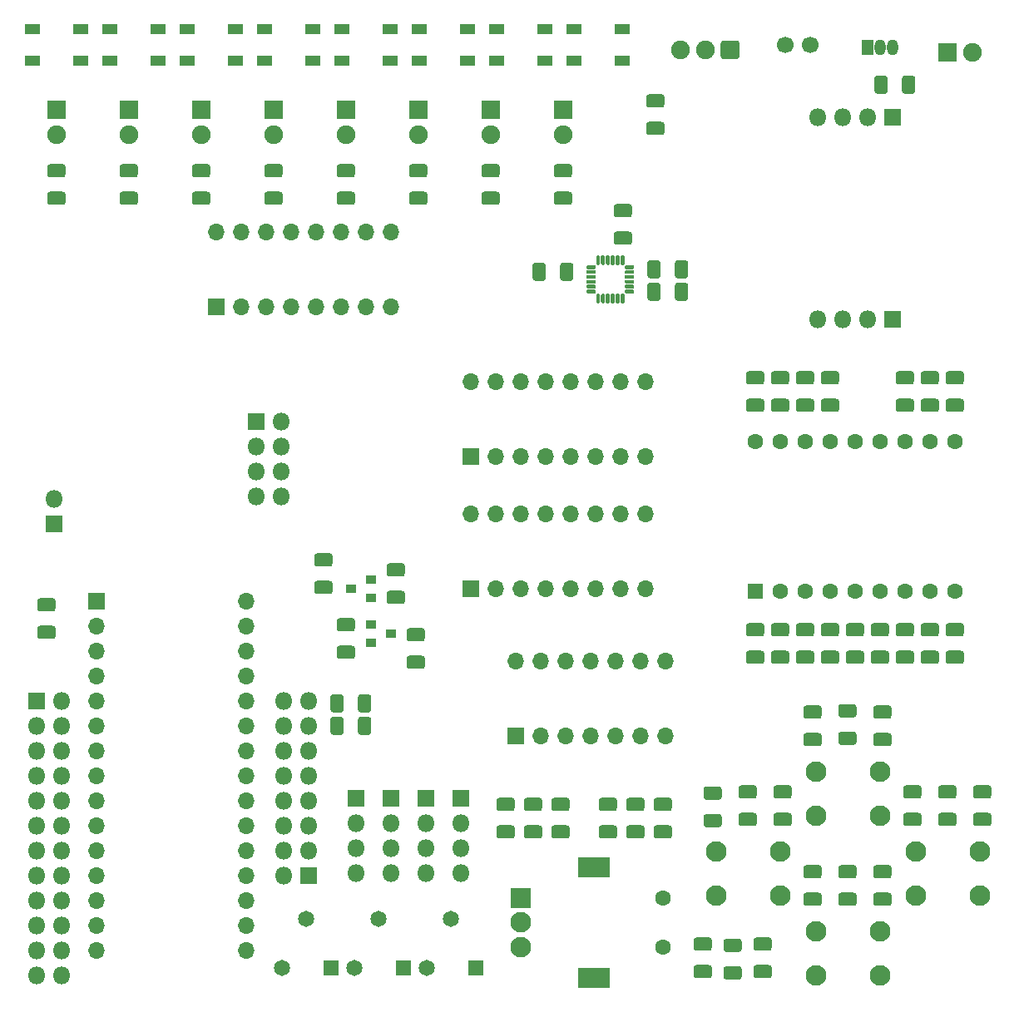
<source format=gbr>
G04 #@! TF.GenerationSoftware,KiCad,Pcbnew,(5.1.6)-1*
G04 #@! TF.CreationDate,2020-08-14T22:04:35-07:00*
G04 #@! TF.ProjectId,NanoDemo,4e616e6f-4465-46d6-9f2e-6b696361645f,rev?*
G04 #@! TF.SameCoordinates,Original*
G04 #@! TF.FileFunction,Soldermask,Top*
G04 #@! TF.FilePolarity,Negative*
%FSLAX46Y46*%
G04 Gerber Fmt 4.6, Leading zero omitted, Abs format (unit mm)*
G04 Created by KiCad (PCBNEW (5.1.6)-1) date 2020-08-14 22:04:35*
%MOMM*%
%LPD*%
G01*
G04 APERTURE LIST*
%ADD10O,1.800000X1.800000*%
%ADD11R,1.800000X1.800000*%
%ADD12R,1.000000X0.900000*%
%ADD13R,1.600000X1.100000*%
%ADD14C,1.900000*%
%ADD15O,1.700000X1.700000*%
%ADD16R,1.700000X1.700000*%
%ADD17R,1.150000X1.600000*%
%ADD18O,1.150000X1.600000*%
%ADD19C,2.100000*%
%ADD20C,1.650000*%
%ADD21R,1.650000X1.650000*%
%ADD22R,2.100000X2.100000*%
%ADD23R,3.300000X2.100000*%
%ADD24C,1.600000*%
%ADD25C,1.700000*%
%ADD26R,1.600000X1.600000*%
%ADD27R,1.900000X1.900000*%
G04 APERTURE END LIST*
D10*
G04 #@! TO.C,J9*
X43180000Y-65786000D03*
X40640000Y-65786000D03*
X43180000Y-63246000D03*
X40640000Y-63246000D03*
X43180000Y-60706000D03*
X40640000Y-60706000D03*
X43180000Y-58166000D03*
D11*
X40640000Y-58166000D03*
G04 #@! TD*
D10*
G04 #@! TO.C,J8 - OLED*
X97790000Y-27178000D03*
X100330000Y-27178000D03*
X102870000Y-27178000D03*
D11*
X105410000Y-27178000D03*
G04 #@! TD*
G04 #@! TO.C,R46*
G36*
G01*
X106389000Y-24531000D02*
X106389000Y-23221000D01*
G75*
G02*
X106659000Y-22951000I270000J0D01*
G01*
X107469000Y-22951000D01*
G75*
G02*
X107739000Y-23221000I0J-270000D01*
G01*
X107739000Y-24531000D01*
G75*
G02*
X107469000Y-24801000I-270000J0D01*
G01*
X106659000Y-24801000D01*
G75*
G02*
X106389000Y-24531000I0J270000D01*
G01*
G37*
G36*
G01*
X103589000Y-24531000D02*
X103589000Y-23221000D01*
G75*
G02*
X103859000Y-22951000I270000J0D01*
G01*
X104669000Y-22951000D01*
G75*
G02*
X104939000Y-23221000I0J-270000D01*
G01*
X104939000Y-24531000D01*
G75*
G02*
X104669000Y-24801000I-270000J0D01*
G01*
X103859000Y-24801000D01*
G75*
G02*
X103589000Y-24531000I0J270000D01*
G01*
G37*
G04 #@! TD*
D10*
G04 #@! TO.C,Mech. Support*
X97790000Y-47752000D03*
X100330000Y-47752000D03*
X102870000Y-47752000D03*
D11*
X105410000Y-47752000D03*
G04 #@! TD*
G04 #@! TO.C,U1*
G36*
G01*
X75233000Y-44838000D02*
X75233000Y-45038000D01*
G75*
G02*
X75133000Y-45138000I-100000J0D01*
G01*
X74383000Y-45138000D01*
G75*
G02*
X74283000Y-45038000I0J100000D01*
G01*
X74283000Y-44838000D01*
G75*
G02*
X74383000Y-44738000I100000J0D01*
G01*
X75133000Y-44738000D01*
G75*
G02*
X75233000Y-44838000I0J-100000D01*
G01*
G37*
G36*
G01*
X75233000Y-44338000D02*
X75233000Y-44538000D01*
G75*
G02*
X75133000Y-44638000I-100000J0D01*
G01*
X74383000Y-44638000D01*
G75*
G02*
X74283000Y-44538000I0J100000D01*
G01*
X74283000Y-44338000D01*
G75*
G02*
X74383000Y-44238000I100000J0D01*
G01*
X75133000Y-44238000D01*
G75*
G02*
X75233000Y-44338000I0J-100000D01*
G01*
G37*
G36*
G01*
X75233000Y-43838000D02*
X75233000Y-44038000D01*
G75*
G02*
X75133000Y-44138000I-100000J0D01*
G01*
X74383000Y-44138000D01*
G75*
G02*
X74283000Y-44038000I0J100000D01*
G01*
X74283000Y-43838000D01*
G75*
G02*
X74383000Y-43738000I100000J0D01*
G01*
X75133000Y-43738000D01*
G75*
G02*
X75233000Y-43838000I0J-100000D01*
G01*
G37*
G36*
G01*
X75233000Y-43338000D02*
X75233000Y-43538000D01*
G75*
G02*
X75133000Y-43638000I-100000J0D01*
G01*
X74383000Y-43638000D01*
G75*
G02*
X74283000Y-43538000I0J100000D01*
G01*
X74283000Y-43338000D01*
G75*
G02*
X74383000Y-43238000I100000J0D01*
G01*
X75133000Y-43238000D01*
G75*
G02*
X75233000Y-43338000I0J-100000D01*
G01*
G37*
G36*
G01*
X75233000Y-42838000D02*
X75233000Y-43038000D01*
G75*
G02*
X75133000Y-43138000I-100000J0D01*
G01*
X74383000Y-43138000D01*
G75*
G02*
X74283000Y-43038000I0J100000D01*
G01*
X74283000Y-42838000D01*
G75*
G02*
X74383000Y-42738000I100000J0D01*
G01*
X75133000Y-42738000D01*
G75*
G02*
X75233000Y-42838000I0J-100000D01*
G01*
G37*
G36*
G01*
X75233000Y-42338000D02*
X75233000Y-42538000D01*
G75*
G02*
X75133000Y-42638000I-100000J0D01*
G01*
X74383000Y-42638000D01*
G75*
G02*
X74283000Y-42538000I0J100000D01*
G01*
X74283000Y-42338000D01*
G75*
G02*
X74383000Y-42238000I100000J0D01*
G01*
X75133000Y-42238000D01*
G75*
G02*
X75233000Y-42338000I0J-100000D01*
G01*
G37*
G36*
G01*
X75558000Y-42213000D02*
X75358000Y-42213000D01*
G75*
G02*
X75258000Y-42113000I0J100000D01*
G01*
X75258000Y-41363000D01*
G75*
G02*
X75358000Y-41263000I100000J0D01*
G01*
X75558000Y-41263000D01*
G75*
G02*
X75658000Y-41363000I0J-100000D01*
G01*
X75658000Y-42113000D01*
G75*
G02*
X75558000Y-42213000I-100000J0D01*
G01*
G37*
G36*
G01*
X76058000Y-42213000D02*
X75858000Y-42213000D01*
G75*
G02*
X75758000Y-42113000I0J100000D01*
G01*
X75758000Y-41363000D01*
G75*
G02*
X75858000Y-41263000I100000J0D01*
G01*
X76058000Y-41263000D01*
G75*
G02*
X76158000Y-41363000I0J-100000D01*
G01*
X76158000Y-42113000D01*
G75*
G02*
X76058000Y-42213000I-100000J0D01*
G01*
G37*
G36*
G01*
X76558000Y-42213000D02*
X76358000Y-42213000D01*
G75*
G02*
X76258000Y-42113000I0J100000D01*
G01*
X76258000Y-41363000D01*
G75*
G02*
X76358000Y-41263000I100000J0D01*
G01*
X76558000Y-41263000D01*
G75*
G02*
X76658000Y-41363000I0J-100000D01*
G01*
X76658000Y-42113000D01*
G75*
G02*
X76558000Y-42213000I-100000J0D01*
G01*
G37*
G36*
G01*
X77058000Y-42213000D02*
X76858000Y-42213000D01*
G75*
G02*
X76758000Y-42113000I0J100000D01*
G01*
X76758000Y-41363000D01*
G75*
G02*
X76858000Y-41263000I100000J0D01*
G01*
X77058000Y-41263000D01*
G75*
G02*
X77158000Y-41363000I0J-100000D01*
G01*
X77158000Y-42113000D01*
G75*
G02*
X77058000Y-42213000I-100000J0D01*
G01*
G37*
G36*
G01*
X77558000Y-42213000D02*
X77358000Y-42213000D01*
G75*
G02*
X77258000Y-42113000I0J100000D01*
G01*
X77258000Y-41363000D01*
G75*
G02*
X77358000Y-41263000I100000J0D01*
G01*
X77558000Y-41263000D01*
G75*
G02*
X77658000Y-41363000I0J-100000D01*
G01*
X77658000Y-42113000D01*
G75*
G02*
X77558000Y-42213000I-100000J0D01*
G01*
G37*
G36*
G01*
X78058000Y-42213000D02*
X77858000Y-42213000D01*
G75*
G02*
X77758000Y-42113000I0J100000D01*
G01*
X77758000Y-41363000D01*
G75*
G02*
X77858000Y-41263000I100000J0D01*
G01*
X78058000Y-41263000D01*
G75*
G02*
X78158000Y-41363000I0J-100000D01*
G01*
X78158000Y-42113000D01*
G75*
G02*
X78058000Y-42213000I-100000J0D01*
G01*
G37*
G36*
G01*
X79133000Y-42338000D02*
X79133000Y-42538000D01*
G75*
G02*
X79033000Y-42638000I-100000J0D01*
G01*
X78283000Y-42638000D01*
G75*
G02*
X78183000Y-42538000I0J100000D01*
G01*
X78183000Y-42338000D01*
G75*
G02*
X78283000Y-42238000I100000J0D01*
G01*
X79033000Y-42238000D01*
G75*
G02*
X79133000Y-42338000I0J-100000D01*
G01*
G37*
G36*
G01*
X79133000Y-42838000D02*
X79133000Y-43038000D01*
G75*
G02*
X79033000Y-43138000I-100000J0D01*
G01*
X78283000Y-43138000D01*
G75*
G02*
X78183000Y-43038000I0J100000D01*
G01*
X78183000Y-42838000D01*
G75*
G02*
X78283000Y-42738000I100000J0D01*
G01*
X79033000Y-42738000D01*
G75*
G02*
X79133000Y-42838000I0J-100000D01*
G01*
G37*
G36*
G01*
X79133000Y-43338000D02*
X79133000Y-43538000D01*
G75*
G02*
X79033000Y-43638000I-100000J0D01*
G01*
X78283000Y-43638000D01*
G75*
G02*
X78183000Y-43538000I0J100000D01*
G01*
X78183000Y-43338000D01*
G75*
G02*
X78283000Y-43238000I100000J0D01*
G01*
X79033000Y-43238000D01*
G75*
G02*
X79133000Y-43338000I0J-100000D01*
G01*
G37*
G36*
G01*
X79133000Y-43838000D02*
X79133000Y-44038000D01*
G75*
G02*
X79033000Y-44138000I-100000J0D01*
G01*
X78283000Y-44138000D01*
G75*
G02*
X78183000Y-44038000I0J100000D01*
G01*
X78183000Y-43838000D01*
G75*
G02*
X78283000Y-43738000I100000J0D01*
G01*
X79033000Y-43738000D01*
G75*
G02*
X79133000Y-43838000I0J-100000D01*
G01*
G37*
G36*
G01*
X79133000Y-44338000D02*
X79133000Y-44538000D01*
G75*
G02*
X79033000Y-44638000I-100000J0D01*
G01*
X78283000Y-44638000D01*
G75*
G02*
X78183000Y-44538000I0J100000D01*
G01*
X78183000Y-44338000D01*
G75*
G02*
X78283000Y-44238000I100000J0D01*
G01*
X79033000Y-44238000D01*
G75*
G02*
X79133000Y-44338000I0J-100000D01*
G01*
G37*
G36*
G01*
X79133000Y-44838000D02*
X79133000Y-45038000D01*
G75*
G02*
X79033000Y-45138000I-100000J0D01*
G01*
X78283000Y-45138000D01*
G75*
G02*
X78183000Y-45038000I0J100000D01*
G01*
X78183000Y-44838000D01*
G75*
G02*
X78283000Y-44738000I100000J0D01*
G01*
X79033000Y-44738000D01*
G75*
G02*
X79133000Y-44838000I0J-100000D01*
G01*
G37*
G36*
G01*
X78058000Y-46113000D02*
X77858000Y-46113000D01*
G75*
G02*
X77758000Y-46013000I0J100000D01*
G01*
X77758000Y-45263000D01*
G75*
G02*
X77858000Y-45163000I100000J0D01*
G01*
X78058000Y-45163000D01*
G75*
G02*
X78158000Y-45263000I0J-100000D01*
G01*
X78158000Y-46013000D01*
G75*
G02*
X78058000Y-46113000I-100000J0D01*
G01*
G37*
G36*
G01*
X77558000Y-46113000D02*
X77358000Y-46113000D01*
G75*
G02*
X77258000Y-46013000I0J100000D01*
G01*
X77258000Y-45263000D01*
G75*
G02*
X77358000Y-45163000I100000J0D01*
G01*
X77558000Y-45163000D01*
G75*
G02*
X77658000Y-45263000I0J-100000D01*
G01*
X77658000Y-46013000D01*
G75*
G02*
X77558000Y-46113000I-100000J0D01*
G01*
G37*
G36*
G01*
X77058000Y-46113000D02*
X76858000Y-46113000D01*
G75*
G02*
X76758000Y-46013000I0J100000D01*
G01*
X76758000Y-45263000D01*
G75*
G02*
X76858000Y-45163000I100000J0D01*
G01*
X77058000Y-45163000D01*
G75*
G02*
X77158000Y-45263000I0J-100000D01*
G01*
X77158000Y-46013000D01*
G75*
G02*
X77058000Y-46113000I-100000J0D01*
G01*
G37*
G36*
G01*
X76558000Y-46113000D02*
X76358000Y-46113000D01*
G75*
G02*
X76258000Y-46013000I0J100000D01*
G01*
X76258000Y-45263000D01*
G75*
G02*
X76358000Y-45163000I100000J0D01*
G01*
X76558000Y-45163000D01*
G75*
G02*
X76658000Y-45263000I0J-100000D01*
G01*
X76658000Y-46013000D01*
G75*
G02*
X76558000Y-46113000I-100000J0D01*
G01*
G37*
G36*
G01*
X76058000Y-46113000D02*
X75858000Y-46113000D01*
G75*
G02*
X75758000Y-46013000I0J100000D01*
G01*
X75758000Y-45263000D01*
G75*
G02*
X75858000Y-45163000I100000J0D01*
G01*
X76058000Y-45163000D01*
G75*
G02*
X76158000Y-45263000I0J-100000D01*
G01*
X76158000Y-46013000D01*
G75*
G02*
X76058000Y-46113000I-100000J0D01*
G01*
G37*
G36*
G01*
X75558000Y-46113000D02*
X75358000Y-46113000D01*
G75*
G02*
X75258000Y-46013000I0J100000D01*
G01*
X75258000Y-45263000D01*
G75*
G02*
X75358000Y-45163000I100000J0D01*
G01*
X75558000Y-45163000D01*
G75*
G02*
X75658000Y-45263000I0J-100000D01*
G01*
X75658000Y-46013000D01*
G75*
G02*
X75558000Y-46113000I-100000J0D01*
G01*
G37*
G04 #@! TD*
G04 #@! TO.C,R20*
G36*
G01*
X57551000Y-80555000D02*
X56241000Y-80555000D01*
G75*
G02*
X55971000Y-80285000I0J270000D01*
G01*
X55971000Y-79475000D01*
G75*
G02*
X56241000Y-79205000I270000J0D01*
G01*
X57551000Y-79205000D01*
G75*
G02*
X57821000Y-79475000I0J-270000D01*
G01*
X57821000Y-80285000D01*
G75*
G02*
X57551000Y-80555000I-270000J0D01*
G01*
G37*
G36*
G01*
X57551000Y-83355000D02*
X56241000Y-83355000D01*
G75*
G02*
X55971000Y-83085000I0J270000D01*
G01*
X55971000Y-82275000D01*
G75*
G02*
X56241000Y-82005000I270000J0D01*
G01*
X57551000Y-82005000D01*
G75*
G02*
X57821000Y-82275000I0J-270000D01*
G01*
X57821000Y-83085000D01*
G75*
G02*
X57551000Y-83355000I-270000J0D01*
G01*
G37*
G04 #@! TD*
G04 #@! TO.C,R19*
G36*
G01*
X49129000Y-80989000D02*
X50439000Y-80989000D01*
G75*
G02*
X50709000Y-81259000I0J-270000D01*
G01*
X50709000Y-82069000D01*
G75*
G02*
X50439000Y-82339000I-270000J0D01*
G01*
X49129000Y-82339000D01*
G75*
G02*
X48859000Y-82069000I0J270000D01*
G01*
X48859000Y-81259000D01*
G75*
G02*
X49129000Y-80989000I270000J0D01*
G01*
G37*
G36*
G01*
X49129000Y-78189000D02*
X50439000Y-78189000D01*
G75*
G02*
X50709000Y-78459000I0J-270000D01*
G01*
X50709000Y-79269000D01*
G75*
G02*
X50439000Y-79539000I-270000J0D01*
G01*
X49129000Y-79539000D01*
G75*
G02*
X48859000Y-79269000I0J270000D01*
G01*
X48859000Y-78459000D01*
G75*
G02*
X49129000Y-78189000I270000J0D01*
G01*
G37*
G04 #@! TD*
G04 #@! TO.C,R18*
G36*
G01*
X46843000Y-74385000D02*
X48153000Y-74385000D01*
G75*
G02*
X48423000Y-74655000I0J-270000D01*
G01*
X48423000Y-75465000D01*
G75*
G02*
X48153000Y-75735000I-270000J0D01*
G01*
X46843000Y-75735000D01*
G75*
G02*
X46573000Y-75465000I0J270000D01*
G01*
X46573000Y-74655000D01*
G75*
G02*
X46843000Y-74385000I270000J0D01*
G01*
G37*
G36*
G01*
X46843000Y-71585000D02*
X48153000Y-71585000D01*
G75*
G02*
X48423000Y-71855000I0J-270000D01*
G01*
X48423000Y-72665000D01*
G75*
G02*
X48153000Y-72935000I-270000J0D01*
G01*
X46843000Y-72935000D01*
G75*
G02*
X46573000Y-72665000I0J270000D01*
G01*
X46573000Y-71855000D01*
G75*
G02*
X46843000Y-71585000I270000J0D01*
G01*
G37*
G04 #@! TD*
G04 #@! TO.C,R17*
G36*
G01*
X55519000Y-73951000D02*
X54209000Y-73951000D01*
G75*
G02*
X53939000Y-73681000I0J270000D01*
G01*
X53939000Y-72871000D01*
G75*
G02*
X54209000Y-72601000I270000J0D01*
G01*
X55519000Y-72601000D01*
G75*
G02*
X55789000Y-72871000I0J-270000D01*
G01*
X55789000Y-73681000D01*
G75*
G02*
X55519000Y-73951000I-270000J0D01*
G01*
G37*
G36*
G01*
X55519000Y-76751000D02*
X54209000Y-76751000D01*
G75*
G02*
X53939000Y-76481000I0J270000D01*
G01*
X53939000Y-75671000D01*
G75*
G02*
X54209000Y-75401000I270000J0D01*
G01*
X55519000Y-75401000D01*
G75*
G02*
X55789000Y-75671000I0J-270000D01*
G01*
X55789000Y-76481000D01*
G75*
G02*
X55519000Y-76751000I-270000J0D01*
G01*
G37*
G04 #@! TD*
D12*
G04 #@! TO.C,Q2*
X54340000Y-79756000D03*
X52340000Y-80706000D03*
X52340000Y-78806000D03*
G04 #@! TD*
G04 #@! TO.C,Q1*
X50308000Y-75184000D03*
X52308000Y-74234000D03*
X52308000Y-76134000D03*
G04 #@! TD*
G04 #@! TO.C,C10*
G36*
G01*
X83275000Y-43327000D02*
X83275000Y-42017000D01*
G75*
G02*
X83545000Y-41747000I270000J0D01*
G01*
X84355000Y-41747000D01*
G75*
G02*
X84625000Y-42017000I0J-270000D01*
G01*
X84625000Y-43327000D01*
G75*
G02*
X84355000Y-43597000I-270000J0D01*
G01*
X83545000Y-43597000D01*
G75*
G02*
X83275000Y-43327000I0J270000D01*
G01*
G37*
G36*
G01*
X80475000Y-43327000D02*
X80475000Y-42017000D01*
G75*
G02*
X80745000Y-41747000I270000J0D01*
G01*
X81555000Y-41747000D01*
G75*
G02*
X81825000Y-42017000I0J-270000D01*
G01*
X81825000Y-43327000D01*
G75*
G02*
X81555000Y-43597000I-270000J0D01*
G01*
X80745000Y-43597000D01*
G75*
G02*
X80475000Y-43327000I0J270000D01*
G01*
G37*
G04 #@! TD*
G04 #@! TO.C,C11*
G36*
G01*
X71591000Y-43581000D02*
X71591000Y-42271000D01*
G75*
G02*
X71861000Y-42001000I270000J0D01*
G01*
X72671000Y-42001000D01*
G75*
G02*
X72941000Y-42271000I0J-270000D01*
G01*
X72941000Y-43581000D01*
G75*
G02*
X72671000Y-43851000I-270000J0D01*
G01*
X71861000Y-43851000D01*
G75*
G02*
X71591000Y-43581000I0J270000D01*
G01*
G37*
G36*
G01*
X68791000Y-43581000D02*
X68791000Y-42271000D01*
G75*
G02*
X69061000Y-42001000I270000J0D01*
G01*
X69871000Y-42001000D01*
G75*
G02*
X70141000Y-42271000I0J-270000D01*
G01*
X70141000Y-43581000D01*
G75*
G02*
X69871000Y-43851000I-270000J0D01*
G01*
X69061000Y-43851000D01*
G75*
G02*
X68791000Y-43581000I0J270000D01*
G01*
G37*
G04 #@! TD*
G04 #@! TO.C,C9*
G36*
G01*
X77323000Y-38825000D02*
X78633000Y-38825000D01*
G75*
G02*
X78903000Y-39095000I0J-270000D01*
G01*
X78903000Y-39905000D01*
G75*
G02*
X78633000Y-40175000I-270000J0D01*
G01*
X77323000Y-40175000D01*
G75*
G02*
X77053000Y-39905000I0J270000D01*
G01*
X77053000Y-39095000D01*
G75*
G02*
X77323000Y-38825000I270000J0D01*
G01*
G37*
G36*
G01*
X77323000Y-36025000D02*
X78633000Y-36025000D01*
G75*
G02*
X78903000Y-36295000I0J-270000D01*
G01*
X78903000Y-37105000D01*
G75*
G02*
X78633000Y-37375000I-270000J0D01*
G01*
X77323000Y-37375000D01*
G75*
G02*
X77053000Y-37105000I0J270000D01*
G01*
X77053000Y-36295000D01*
G75*
G02*
X77323000Y-36025000I270000J0D01*
G01*
G37*
G04 #@! TD*
G04 #@! TO.C,C12*
G36*
G01*
X81825000Y-44303000D02*
X81825000Y-45613000D01*
G75*
G02*
X81555000Y-45883000I-270000J0D01*
G01*
X80745000Y-45883000D01*
G75*
G02*
X80475000Y-45613000I0J270000D01*
G01*
X80475000Y-44303000D01*
G75*
G02*
X80745000Y-44033000I270000J0D01*
G01*
X81555000Y-44033000D01*
G75*
G02*
X81825000Y-44303000I0J-270000D01*
G01*
G37*
G36*
G01*
X84625000Y-44303000D02*
X84625000Y-45613000D01*
G75*
G02*
X84355000Y-45883000I-270000J0D01*
G01*
X83545000Y-45883000D01*
G75*
G02*
X83275000Y-45613000I0J270000D01*
G01*
X83275000Y-44303000D01*
G75*
G02*
X83545000Y-44033000I270000J0D01*
G01*
X84355000Y-44033000D01*
G75*
G02*
X84625000Y-44303000I0J-270000D01*
G01*
G37*
G04 #@! TD*
D13*
G04 #@! TO.C,D1*
X22770000Y-21412000D03*
X22770000Y-18212000D03*
X17870000Y-21412000D03*
X17870000Y-18212000D03*
G04 #@! TD*
G04 #@! TO.C,D8*
X77888000Y-21412000D03*
X77888000Y-18212000D03*
X72988000Y-21412000D03*
X72988000Y-18212000D03*
G04 #@! TD*
G04 #@! TO.C,D7*
X70014000Y-21412000D03*
X70014000Y-18212000D03*
X65114000Y-21412000D03*
X65114000Y-18212000D03*
G04 #@! TD*
G04 #@! TO.C,D6*
X62140000Y-21412000D03*
X62140000Y-18212000D03*
X57240000Y-21412000D03*
X57240000Y-18212000D03*
G04 #@! TD*
G04 #@! TO.C,D5*
X54266000Y-21412000D03*
X54266000Y-18212000D03*
X49366000Y-21412000D03*
X49366000Y-18212000D03*
G04 #@! TD*
G04 #@! TO.C,D4*
X46392000Y-21412000D03*
X46392000Y-18212000D03*
X41492000Y-21412000D03*
X41492000Y-18212000D03*
G04 #@! TD*
G04 #@! TO.C,D3*
X38518000Y-21412000D03*
X38518000Y-18212000D03*
X33618000Y-21412000D03*
X33618000Y-18212000D03*
G04 #@! TD*
G04 #@! TO.C,D2*
X30644000Y-21412000D03*
X30644000Y-18212000D03*
X25744000Y-21412000D03*
X25744000Y-18212000D03*
G04 #@! TD*
D10*
G04 #@! TO.C,J7*
X20066000Y-66040000D03*
D11*
X20066000Y-68580000D03*
G04 #@! TD*
D14*
G04 #@! TO.C,U8*
X83820000Y-20320000D03*
X86360000Y-20320000D03*
G36*
G01*
X89850000Y-19634100D02*
X89850000Y-21005900D01*
G75*
G02*
X89585900Y-21270000I-264100J0D01*
G01*
X88214100Y-21270000D01*
G75*
G02*
X87950000Y-21005900I0J264100D01*
G01*
X87950000Y-19634100D01*
G75*
G02*
X88214100Y-19370000I264100J0D01*
G01*
X89585900Y-19370000D01*
G75*
G02*
X89850000Y-19634100I0J-264100D01*
G01*
G37*
G04 #@! TD*
D15*
G04 #@! TO.C,U4*
X62484000Y-54102000D03*
X80264000Y-61722000D03*
X65024000Y-54102000D03*
X77724000Y-61722000D03*
X67564000Y-54102000D03*
X75184000Y-61722000D03*
X70104000Y-54102000D03*
X72644000Y-61722000D03*
X72644000Y-54102000D03*
X70104000Y-61722000D03*
X75184000Y-54102000D03*
X67564000Y-61722000D03*
X77724000Y-54102000D03*
X65024000Y-61722000D03*
X80264000Y-54102000D03*
D16*
X62484000Y-61722000D03*
G04 #@! TD*
D15*
G04 #@! TO.C,U3*
X62484000Y-67564000D03*
X80264000Y-75184000D03*
X65024000Y-67564000D03*
X77724000Y-75184000D03*
X67564000Y-67564000D03*
X75184000Y-75184000D03*
X70104000Y-67564000D03*
X72644000Y-75184000D03*
X72644000Y-67564000D03*
X70104000Y-75184000D03*
X75184000Y-67564000D03*
X67564000Y-75184000D03*
X77724000Y-67564000D03*
X65024000Y-75184000D03*
X80264000Y-67564000D03*
D16*
X62484000Y-75184000D03*
G04 #@! TD*
D15*
G04 #@! TO.C,U2*
X36576000Y-38862000D03*
X54356000Y-46482000D03*
X39116000Y-38862000D03*
X51816000Y-46482000D03*
X41656000Y-38862000D03*
X49276000Y-46482000D03*
X44196000Y-38862000D03*
X46736000Y-46482000D03*
X46736000Y-38862000D03*
X44196000Y-46482000D03*
X49276000Y-38862000D03*
X41656000Y-46482000D03*
X51816000Y-38862000D03*
X39116000Y-46482000D03*
X54356000Y-38862000D03*
D16*
X36576000Y-46482000D03*
G04 #@! TD*
D17*
G04 #@! TO.C,U6*
X102870000Y-20066000D03*
D18*
X105410000Y-20066000D03*
X104140000Y-20066000D03*
G04 #@! TD*
D15*
G04 #@! TO.C,U5*
X67056000Y-82550000D03*
X82296000Y-90170000D03*
X69596000Y-82550000D03*
X79756000Y-90170000D03*
X72136000Y-82550000D03*
X77216000Y-90170000D03*
X74676000Y-82550000D03*
X74676000Y-90170000D03*
X77216000Y-82550000D03*
X72136000Y-90170000D03*
X79756000Y-82550000D03*
X69596000Y-90170000D03*
X82296000Y-82550000D03*
D16*
X67056000Y-90170000D03*
G04 #@! TD*
D19*
G04 #@! TO.C,SW4*
X97640000Y-114554000D03*
X97640000Y-110054000D03*
X104140000Y-114554000D03*
X104140000Y-110054000D03*
G04 #@! TD*
G04 #@! TO.C,SW3*
X97640000Y-98298000D03*
X97640000Y-93798000D03*
X104140000Y-98298000D03*
X104140000Y-93798000D03*
G04 #@! TD*
G04 #@! TO.C,SW2*
X107800000Y-106426000D03*
X107800000Y-101926000D03*
X114300000Y-106426000D03*
X114300000Y-101926000D03*
G04 #@! TD*
G04 #@! TO.C,SW1*
X87480000Y-106426000D03*
X87480000Y-101926000D03*
X93980000Y-106426000D03*
X93980000Y-101926000D03*
G04 #@! TD*
D20*
G04 #@! TO.C,RV3*
X60492000Y-108792000D03*
D21*
X62992000Y-113792000D03*
D20*
X57992000Y-113792000D03*
G04 #@! TD*
G04 #@! TO.C,RV2*
X53126000Y-108792000D03*
D21*
X55626000Y-113792000D03*
D20*
X50626000Y-113792000D03*
G04 #@! TD*
G04 #@! TO.C,RV1*
X45760000Y-108792000D03*
D21*
X48260000Y-113792000D03*
D20*
X43260000Y-113792000D03*
G04 #@! TD*
D22*
G04 #@! TO.C,Rot_Enc1*
X67564000Y-106680000D03*
D19*
X67564000Y-109180000D03*
X67564000Y-111680000D03*
D23*
X75064000Y-103580000D03*
X75064000Y-114780000D03*
D24*
X82064000Y-106680000D03*
X82064000Y-111680000D03*
G04 #@! TD*
G04 #@! TO.C,R45*
G36*
G01*
X49567000Y-86213000D02*
X49567000Y-87523000D01*
G75*
G02*
X49297000Y-87793000I-270000J0D01*
G01*
X48487000Y-87793000D01*
G75*
G02*
X48217000Y-87523000I0J270000D01*
G01*
X48217000Y-86213000D01*
G75*
G02*
X48487000Y-85943000I270000J0D01*
G01*
X49297000Y-85943000D01*
G75*
G02*
X49567000Y-86213000I0J-270000D01*
G01*
G37*
G36*
G01*
X52367000Y-86213000D02*
X52367000Y-87523000D01*
G75*
G02*
X52097000Y-87793000I-270000J0D01*
G01*
X51287000Y-87793000D01*
G75*
G02*
X51017000Y-87523000I0J270000D01*
G01*
X51017000Y-86213000D01*
G75*
G02*
X51287000Y-85943000I270000J0D01*
G01*
X52097000Y-85943000D01*
G75*
G02*
X52367000Y-86213000I0J-270000D01*
G01*
G37*
G04 #@! TD*
G04 #@! TO.C,R44*
G36*
G01*
X111105000Y-81497000D02*
X112415000Y-81497000D01*
G75*
G02*
X112685000Y-81767000I0J-270000D01*
G01*
X112685000Y-82577000D01*
G75*
G02*
X112415000Y-82847000I-270000J0D01*
G01*
X111105000Y-82847000D01*
G75*
G02*
X110835000Y-82577000I0J270000D01*
G01*
X110835000Y-81767000D01*
G75*
G02*
X111105000Y-81497000I270000J0D01*
G01*
G37*
G36*
G01*
X111105000Y-78697000D02*
X112415000Y-78697000D01*
G75*
G02*
X112685000Y-78967000I0J-270000D01*
G01*
X112685000Y-79777000D01*
G75*
G02*
X112415000Y-80047000I-270000J0D01*
G01*
X111105000Y-80047000D01*
G75*
G02*
X110835000Y-79777000I0J270000D01*
G01*
X110835000Y-78967000D01*
G75*
G02*
X111105000Y-78697000I270000J0D01*
G01*
G37*
G04 #@! TD*
G04 #@! TO.C,R43*
G36*
G01*
X106025000Y-81497000D02*
X107335000Y-81497000D01*
G75*
G02*
X107605000Y-81767000I0J-270000D01*
G01*
X107605000Y-82577000D01*
G75*
G02*
X107335000Y-82847000I-270000J0D01*
G01*
X106025000Y-82847000D01*
G75*
G02*
X105755000Y-82577000I0J270000D01*
G01*
X105755000Y-81767000D01*
G75*
G02*
X106025000Y-81497000I270000J0D01*
G01*
G37*
G36*
G01*
X106025000Y-78697000D02*
X107335000Y-78697000D01*
G75*
G02*
X107605000Y-78967000I0J-270000D01*
G01*
X107605000Y-79777000D01*
G75*
G02*
X107335000Y-80047000I-270000J0D01*
G01*
X106025000Y-80047000D01*
G75*
G02*
X105755000Y-79777000I0J270000D01*
G01*
X105755000Y-78967000D01*
G75*
G02*
X106025000Y-78697000I270000J0D01*
G01*
G37*
G04 #@! TD*
G04 #@! TO.C,R42*
G36*
G01*
X107335000Y-54393000D02*
X106025000Y-54393000D01*
G75*
G02*
X105755000Y-54123000I0J270000D01*
G01*
X105755000Y-53313000D01*
G75*
G02*
X106025000Y-53043000I270000J0D01*
G01*
X107335000Y-53043000D01*
G75*
G02*
X107605000Y-53313000I0J-270000D01*
G01*
X107605000Y-54123000D01*
G75*
G02*
X107335000Y-54393000I-270000J0D01*
G01*
G37*
G36*
G01*
X107335000Y-57193000D02*
X106025000Y-57193000D01*
G75*
G02*
X105755000Y-56923000I0J270000D01*
G01*
X105755000Y-56113000D01*
G75*
G02*
X106025000Y-55843000I270000J0D01*
G01*
X107335000Y-55843000D01*
G75*
G02*
X107605000Y-56113000I0J-270000D01*
G01*
X107605000Y-56923000D01*
G75*
G02*
X107335000Y-57193000I-270000J0D01*
G01*
G37*
G04 #@! TD*
G04 #@! TO.C,R41*
G36*
G01*
X100945000Y-81497000D02*
X102255000Y-81497000D01*
G75*
G02*
X102525000Y-81767000I0J-270000D01*
G01*
X102525000Y-82577000D01*
G75*
G02*
X102255000Y-82847000I-270000J0D01*
G01*
X100945000Y-82847000D01*
G75*
G02*
X100675000Y-82577000I0J270000D01*
G01*
X100675000Y-81767000D01*
G75*
G02*
X100945000Y-81497000I270000J0D01*
G01*
G37*
G36*
G01*
X100945000Y-78697000D02*
X102255000Y-78697000D01*
G75*
G02*
X102525000Y-78967000I0J-270000D01*
G01*
X102525000Y-79777000D01*
G75*
G02*
X102255000Y-80047000I-270000J0D01*
G01*
X100945000Y-80047000D01*
G75*
G02*
X100675000Y-79777000I0J270000D01*
G01*
X100675000Y-78967000D01*
G75*
G02*
X100945000Y-78697000I270000J0D01*
G01*
G37*
G04 #@! TD*
G04 #@! TO.C,R40*
G36*
G01*
X103485000Y-81497000D02*
X104795000Y-81497000D01*
G75*
G02*
X105065000Y-81767000I0J-270000D01*
G01*
X105065000Y-82577000D01*
G75*
G02*
X104795000Y-82847000I-270000J0D01*
G01*
X103485000Y-82847000D01*
G75*
G02*
X103215000Y-82577000I0J270000D01*
G01*
X103215000Y-81767000D01*
G75*
G02*
X103485000Y-81497000I270000J0D01*
G01*
G37*
G36*
G01*
X103485000Y-78697000D02*
X104795000Y-78697000D01*
G75*
G02*
X105065000Y-78967000I0J-270000D01*
G01*
X105065000Y-79777000D01*
G75*
G02*
X104795000Y-80047000I-270000J0D01*
G01*
X103485000Y-80047000D01*
G75*
G02*
X103215000Y-79777000I0J270000D01*
G01*
X103215000Y-78967000D01*
G75*
G02*
X103485000Y-78697000I270000J0D01*
G01*
G37*
G04 #@! TD*
G04 #@! TO.C,R39*
G36*
G01*
X108565000Y-81497000D02*
X109875000Y-81497000D01*
G75*
G02*
X110145000Y-81767000I0J-270000D01*
G01*
X110145000Y-82577000D01*
G75*
G02*
X109875000Y-82847000I-270000J0D01*
G01*
X108565000Y-82847000D01*
G75*
G02*
X108295000Y-82577000I0J270000D01*
G01*
X108295000Y-81767000D01*
G75*
G02*
X108565000Y-81497000I270000J0D01*
G01*
G37*
G36*
G01*
X108565000Y-78697000D02*
X109875000Y-78697000D01*
G75*
G02*
X110145000Y-78967000I0J-270000D01*
G01*
X110145000Y-79777000D01*
G75*
G02*
X109875000Y-80047000I-270000J0D01*
G01*
X108565000Y-80047000D01*
G75*
G02*
X108295000Y-79777000I0J270000D01*
G01*
X108295000Y-78967000D01*
G75*
G02*
X108565000Y-78697000I270000J0D01*
G01*
G37*
G04 #@! TD*
G04 #@! TO.C,R28*
G36*
G01*
X71227000Y-34761000D02*
X72537000Y-34761000D01*
G75*
G02*
X72807000Y-35031000I0J-270000D01*
G01*
X72807000Y-35841000D01*
G75*
G02*
X72537000Y-36111000I-270000J0D01*
G01*
X71227000Y-36111000D01*
G75*
G02*
X70957000Y-35841000I0J270000D01*
G01*
X70957000Y-35031000D01*
G75*
G02*
X71227000Y-34761000I270000J0D01*
G01*
G37*
G36*
G01*
X71227000Y-31961000D02*
X72537000Y-31961000D01*
G75*
G02*
X72807000Y-32231000I0J-270000D01*
G01*
X72807000Y-33041000D01*
G75*
G02*
X72537000Y-33311000I-270000J0D01*
G01*
X71227000Y-33311000D01*
G75*
G02*
X70957000Y-33041000I0J270000D01*
G01*
X70957000Y-32231000D01*
G75*
G02*
X71227000Y-31961000I270000J0D01*
G01*
G37*
G04 #@! TD*
G04 #@! TO.C,R38*
G36*
G01*
X112415000Y-54393000D02*
X111105000Y-54393000D01*
G75*
G02*
X110835000Y-54123000I0J270000D01*
G01*
X110835000Y-53313000D01*
G75*
G02*
X111105000Y-53043000I270000J0D01*
G01*
X112415000Y-53043000D01*
G75*
G02*
X112685000Y-53313000I0J-270000D01*
G01*
X112685000Y-54123000D01*
G75*
G02*
X112415000Y-54393000I-270000J0D01*
G01*
G37*
G36*
G01*
X112415000Y-57193000D02*
X111105000Y-57193000D01*
G75*
G02*
X110835000Y-56923000I0J270000D01*
G01*
X110835000Y-56113000D01*
G75*
G02*
X111105000Y-55843000I270000J0D01*
G01*
X112415000Y-55843000D01*
G75*
G02*
X112685000Y-56113000I0J-270000D01*
G01*
X112685000Y-56923000D01*
G75*
G02*
X112415000Y-57193000I-270000J0D01*
G01*
G37*
G04 #@! TD*
G04 #@! TO.C,R37*
G36*
G01*
X109875000Y-54393000D02*
X108565000Y-54393000D01*
G75*
G02*
X108295000Y-54123000I0J270000D01*
G01*
X108295000Y-53313000D01*
G75*
G02*
X108565000Y-53043000I270000J0D01*
G01*
X109875000Y-53043000D01*
G75*
G02*
X110145000Y-53313000I0J-270000D01*
G01*
X110145000Y-54123000D01*
G75*
G02*
X109875000Y-54393000I-270000J0D01*
G01*
G37*
G36*
G01*
X109875000Y-57193000D02*
X108565000Y-57193000D01*
G75*
G02*
X108295000Y-56923000I0J270000D01*
G01*
X108295000Y-56113000D01*
G75*
G02*
X108565000Y-55843000I270000J0D01*
G01*
X109875000Y-55843000D01*
G75*
G02*
X110145000Y-56113000I0J-270000D01*
G01*
X110145000Y-56923000D01*
G75*
G02*
X109875000Y-57193000I-270000J0D01*
G01*
G37*
G04 #@! TD*
G04 #@! TO.C,R16*
G36*
G01*
X49567000Y-88499000D02*
X49567000Y-89809000D01*
G75*
G02*
X49297000Y-90079000I-270000J0D01*
G01*
X48487000Y-90079000D01*
G75*
G02*
X48217000Y-89809000I0J270000D01*
G01*
X48217000Y-88499000D01*
G75*
G02*
X48487000Y-88229000I270000J0D01*
G01*
X49297000Y-88229000D01*
G75*
G02*
X49567000Y-88499000I0J-270000D01*
G01*
G37*
G36*
G01*
X52367000Y-88499000D02*
X52367000Y-89809000D01*
G75*
G02*
X52097000Y-90079000I-270000J0D01*
G01*
X51287000Y-90079000D01*
G75*
G02*
X51017000Y-89809000I0J270000D01*
G01*
X51017000Y-88499000D01*
G75*
G02*
X51287000Y-88229000I270000J0D01*
G01*
X52097000Y-88229000D01*
G75*
G02*
X52367000Y-88499000I0J-270000D01*
G01*
G37*
G04 #@! TD*
D25*
G04 #@! TO.C,R47*
X97028000Y-19812000D03*
X94488000Y-19812000D03*
G04 #@! TD*
G04 #@! TO.C,R27*
G36*
G01*
X63861000Y-34761000D02*
X65171000Y-34761000D01*
G75*
G02*
X65441000Y-35031000I0J-270000D01*
G01*
X65441000Y-35841000D01*
G75*
G02*
X65171000Y-36111000I-270000J0D01*
G01*
X63861000Y-36111000D01*
G75*
G02*
X63591000Y-35841000I0J270000D01*
G01*
X63591000Y-35031000D01*
G75*
G02*
X63861000Y-34761000I270000J0D01*
G01*
G37*
G36*
G01*
X63861000Y-31961000D02*
X65171000Y-31961000D01*
G75*
G02*
X65441000Y-32231000I0J-270000D01*
G01*
X65441000Y-33041000D01*
G75*
G02*
X65171000Y-33311000I-270000J0D01*
G01*
X63861000Y-33311000D01*
G75*
G02*
X63591000Y-33041000I0J270000D01*
G01*
X63591000Y-32231000D01*
G75*
G02*
X63861000Y-31961000I270000J0D01*
G01*
G37*
G04 #@! TD*
G04 #@! TO.C,R36*
G36*
G01*
X98405000Y-81497000D02*
X99715000Y-81497000D01*
G75*
G02*
X99985000Y-81767000I0J-270000D01*
G01*
X99985000Y-82577000D01*
G75*
G02*
X99715000Y-82847000I-270000J0D01*
G01*
X98405000Y-82847000D01*
G75*
G02*
X98135000Y-82577000I0J270000D01*
G01*
X98135000Y-81767000D01*
G75*
G02*
X98405000Y-81497000I270000J0D01*
G01*
G37*
G36*
G01*
X98405000Y-78697000D02*
X99715000Y-78697000D01*
G75*
G02*
X99985000Y-78967000I0J-270000D01*
G01*
X99985000Y-79777000D01*
G75*
G02*
X99715000Y-80047000I-270000J0D01*
G01*
X98405000Y-80047000D01*
G75*
G02*
X98135000Y-79777000I0J270000D01*
G01*
X98135000Y-78967000D01*
G75*
G02*
X98405000Y-78697000I270000J0D01*
G01*
G37*
G04 #@! TD*
G04 #@! TO.C,R26*
G36*
G01*
X56495000Y-34761000D02*
X57805000Y-34761000D01*
G75*
G02*
X58075000Y-35031000I0J-270000D01*
G01*
X58075000Y-35841000D01*
G75*
G02*
X57805000Y-36111000I-270000J0D01*
G01*
X56495000Y-36111000D01*
G75*
G02*
X56225000Y-35841000I0J270000D01*
G01*
X56225000Y-35031000D01*
G75*
G02*
X56495000Y-34761000I270000J0D01*
G01*
G37*
G36*
G01*
X56495000Y-31961000D02*
X57805000Y-31961000D01*
G75*
G02*
X58075000Y-32231000I0J-270000D01*
G01*
X58075000Y-33041000D01*
G75*
G02*
X57805000Y-33311000I-270000J0D01*
G01*
X56495000Y-33311000D01*
G75*
G02*
X56225000Y-33041000I0J270000D01*
G01*
X56225000Y-32231000D01*
G75*
G02*
X56495000Y-31961000I270000J0D01*
G01*
G37*
G04 #@! TD*
G04 #@! TO.C,R35*
G36*
G01*
X94635000Y-54393000D02*
X93325000Y-54393000D01*
G75*
G02*
X93055000Y-54123000I0J270000D01*
G01*
X93055000Y-53313000D01*
G75*
G02*
X93325000Y-53043000I270000J0D01*
G01*
X94635000Y-53043000D01*
G75*
G02*
X94905000Y-53313000I0J-270000D01*
G01*
X94905000Y-54123000D01*
G75*
G02*
X94635000Y-54393000I-270000J0D01*
G01*
G37*
G36*
G01*
X94635000Y-57193000D02*
X93325000Y-57193000D01*
G75*
G02*
X93055000Y-56923000I0J270000D01*
G01*
X93055000Y-56113000D01*
G75*
G02*
X93325000Y-55843000I270000J0D01*
G01*
X94635000Y-55843000D01*
G75*
G02*
X94905000Y-56113000I0J-270000D01*
G01*
X94905000Y-56923000D01*
G75*
G02*
X94635000Y-57193000I-270000J0D01*
G01*
G37*
G04 #@! TD*
G04 #@! TO.C,R34*
G36*
G01*
X92095000Y-54393000D02*
X90785000Y-54393000D01*
G75*
G02*
X90515000Y-54123000I0J270000D01*
G01*
X90515000Y-53313000D01*
G75*
G02*
X90785000Y-53043000I270000J0D01*
G01*
X92095000Y-53043000D01*
G75*
G02*
X92365000Y-53313000I0J-270000D01*
G01*
X92365000Y-54123000D01*
G75*
G02*
X92095000Y-54393000I-270000J0D01*
G01*
G37*
G36*
G01*
X92095000Y-57193000D02*
X90785000Y-57193000D01*
G75*
G02*
X90515000Y-56923000I0J270000D01*
G01*
X90515000Y-56113000D01*
G75*
G02*
X90785000Y-55843000I270000J0D01*
G01*
X92095000Y-55843000D01*
G75*
G02*
X92365000Y-56113000I0J-270000D01*
G01*
X92365000Y-56923000D01*
G75*
G02*
X92095000Y-57193000I-270000J0D01*
G01*
G37*
G04 #@! TD*
G04 #@! TO.C,R25*
G36*
G01*
X49129000Y-34761000D02*
X50439000Y-34761000D01*
G75*
G02*
X50709000Y-35031000I0J-270000D01*
G01*
X50709000Y-35841000D01*
G75*
G02*
X50439000Y-36111000I-270000J0D01*
G01*
X49129000Y-36111000D01*
G75*
G02*
X48859000Y-35841000I0J270000D01*
G01*
X48859000Y-35031000D01*
G75*
G02*
X49129000Y-34761000I270000J0D01*
G01*
G37*
G36*
G01*
X49129000Y-31961000D02*
X50439000Y-31961000D01*
G75*
G02*
X50709000Y-32231000I0J-270000D01*
G01*
X50709000Y-33041000D01*
G75*
G02*
X50439000Y-33311000I-270000J0D01*
G01*
X49129000Y-33311000D01*
G75*
G02*
X48859000Y-33041000I0J270000D01*
G01*
X48859000Y-32231000D01*
G75*
G02*
X49129000Y-31961000I270000J0D01*
G01*
G37*
G04 #@! TD*
G04 #@! TO.C,R33*
G36*
G01*
X90785000Y-81497000D02*
X92095000Y-81497000D01*
G75*
G02*
X92365000Y-81767000I0J-270000D01*
G01*
X92365000Y-82577000D01*
G75*
G02*
X92095000Y-82847000I-270000J0D01*
G01*
X90785000Y-82847000D01*
G75*
G02*
X90515000Y-82577000I0J270000D01*
G01*
X90515000Y-81767000D01*
G75*
G02*
X90785000Y-81497000I270000J0D01*
G01*
G37*
G36*
G01*
X90785000Y-78697000D02*
X92095000Y-78697000D01*
G75*
G02*
X92365000Y-78967000I0J-270000D01*
G01*
X92365000Y-79777000D01*
G75*
G02*
X92095000Y-80047000I-270000J0D01*
G01*
X90785000Y-80047000D01*
G75*
G02*
X90515000Y-79777000I0J270000D01*
G01*
X90515000Y-78967000D01*
G75*
G02*
X90785000Y-78697000I270000J0D01*
G01*
G37*
G04 #@! TD*
G04 #@! TO.C,R32*
G36*
G01*
X93325000Y-81497000D02*
X94635000Y-81497000D01*
G75*
G02*
X94905000Y-81767000I0J-270000D01*
G01*
X94905000Y-82577000D01*
G75*
G02*
X94635000Y-82847000I-270000J0D01*
G01*
X93325000Y-82847000D01*
G75*
G02*
X93055000Y-82577000I0J270000D01*
G01*
X93055000Y-81767000D01*
G75*
G02*
X93325000Y-81497000I270000J0D01*
G01*
G37*
G36*
G01*
X93325000Y-78697000D02*
X94635000Y-78697000D01*
G75*
G02*
X94905000Y-78967000I0J-270000D01*
G01*
X94905000Y-79777000D01*
G75*
G02*
X94635000Y-80047000I-270000J0D01*
G01*
X93325000Y-80047000D01*
G75*
G02*
X93055000Y-79777000I0J270000D01*
G01*
X93055000Y-78967000D01*
G75*
G02*
X93325000Y-78697000I270000J0D01*
G01*
G37*
G04 #@! TD*
G04 #@! TO.C,R24*
G36*
G01*
X41763000Y-34761000D02*
X43073000Y-34761000D01*
G75*
G02*
X43343000Y-35031000I0J-270000D01*
G01*
X43343000Y-35841000D01*
G75*
G02*
X43073000Y-36111000I-270000J0D01*
G01*
X41763000Y-36111000D01*
G75*
G02*
X41493000Y-35841000I0J270000D01*
G01*
X41493000Y-35031000D01*
G75*
G02*
X41763000Y-34761000I270000J0D01*
G01*
G37*
G36*
G01*
X41763000Y-31961000D02*
X43073000Y-31961000D01*
G75*
G02*
X43343000Y-32231000I0J-270000D01*
G01*
X43343000Y-33041000D01*
G75*
G02*
X43073000Y-33311000I-270000J0D01*
G01*
X41763000Y-33311000D01*
G75*
G02*
X41493000Y-33041000I0J270000D01*
G01*
X41493000Y-32231000D01*
G75*
G02*
X41763000Y-31961000I270000J0D01*
G01*
G37*
G04 #@! TD*
G04 #@! TO.C,R31*
G36*
G01*
X95865000Y-81497000D02*
X97175000Y-81497000D01*
G75*
G02*
X97445000Y-81767000I0J-270000D01*
G01*
X97445000Y-82577000D01*
G75*
G02*
X97175000Y-82847000I-270000J0D01*
G01*
X95865000Y-82847000D01*
G75*
G02*
X95595000Y-82577000I0J270000D01*
G01*
X95595000Y-81767000D01*
G75*
G02*
X95865000Y-81497000I270000J0D01*
G01*
G37*
G36*
G01*
X95865000Y-78697000D02*
X97175000Y-78697000D01*
G75*
G02*
X97445000Y-78967000I0J-270000D01*
G01*
X97445000Y-79777000D01*
G75*
G02*
X97175000Y-80047000I-270000J0D01*
G01*
X95865000Y-80047000D01*
G75*
G02*
X95595000Y-79777000I0J270000D01*
G01*
X95595000Y-78967000D01*
G75*
G02*
X95865000Y-78697000I270000J0D01*
G01*
G37*
G04 #@! TD*
G04 #@! TO.C,R30*
G36*
G01*
X99715000Y-54393000D02*
X98405000Y-54393000D01*
G75*
G02*
X98135000Y-54123000I0J270000D01*
G01*
X98135000Y-53313000D01*
G75*
G02*
X98405000Y-53043000I270000J0D01*
G01*
X99715000Y-53043000D01*
G75*
G02*
X99985000Y-53313000I0J-270000D01*
G01*
X99985000Y-54123000D01*
G75*
G02*
X99715000Y-54393000I-270000J0D01*
G01*
G37*
G36*
G01*
X99715000Y-57193000D02*
X98405000Y-57193000D01*
G75*
G02*
X98135000Y-56923000I0J270000D01*
G01*
X98135000Y-56113000D01*
G75*
G02*
X98405000Y-55843000I270000J0D01*
G01*
X99715000Y-55843000D01*
G75*
G02*
X99985000Y-56113000I0J-270000D01*
G01*
X99985000Y-56923000D01*
G75*
G02*
X99715000Y-57193000I-270000J0D01*
G01*
G37*
G04 #@! TD*
G04 #@! TO.C,R23*
G36*
G01*
X34397000Y-34761000D02*
X35707000Y-34761000D01*
G75*
G02*
X35977000Y-35031000I0J-270000D01*
G01*
X35977000Y-35841000D01*
G75*
G02*
X35707000Y-36111000I-270000J0D01*
G01*
X34397000Y-36111000D01*
G75*
G02*
X34127000Y-35841000I0J270000D01*
G01*
X34127000Y-35031000D01*
G75*
G02*
X34397000Y-34761000I270000J0D01*
G01*
G37*
G36*
G01*
X34397000Y-31961000D02*
X35707000Y-31961000D01*
G75*
G02*
X35977000Y-32231000I0J-270000D01*
G01*
X35977000Y-33041000D01*
G75*
G02*
X35707000Y-33311000I-270000J0D01*
G01*
X34397000Y-33311000D01*
G75*
G02*
X34127000Y-33041000I0J270000D01*
G01*
X34127000Y-32231000D01*
G75*
G02*
X34397000Y-31961000I270000J0D01*
G01*
G37*
G04 #@! TD*
G04 #@! TO.C,R29*
G36*
G01*
X97175000Y-54393000D02*
X95865000Y-54393000D01*
G75*
G02*
X95595000Y-54123000I0J270000D01*
G01*
X95595000Y-53313000D01*
G75*
G02*
X95865000Y-53043000I270000J0D01*
G01*
X97175000Y-53043000D01*
G75*
G02*
X97445000Y-53313000I0J-270000D01*
G01*
X97445000Y-54123000D01*
G75*
G02*
X97175000Y-54393000I-270000J0D01*
G01*
G37*
G36*
G01*
X97175000Y-57193000D02*
X95865000Y-57193000D01*
G75*
G02*
X95595000Y-56923000I0J270000D01*
G01*
X95595000Y-56113000D01*
G75*
G02*
X95865000Y-55843000I270000J0D01*
G01*
X97175000Y-55843000D01*
G75*
G02*
X97445000Y-56113000I0J-270000D01*
G01*
X97445000Y-56923000D01*
G75*
G02*
X97175000Y-57193000I-270000J0D01*
G01*
G37*
G04 #@! TD*
G04 #@! TO.C,R22*
G36*
G01*
X27031000Y-34761000D02*
X28341000Y-34761000D01*
G75*
G02*
X28611000Y-35031000I0J-270000D01*
G01*
X28611000Y-35841000D01*
G75*
G02*
X28341000Y-36111000I-270000J0D01*
G01*
X27031000Y-36111000D01*
G75*
G02*
X26761000Y-35841000I0J270000D01*
G01*
X26761000Y-35031000D01*
G75*
G02*
X27031000Y-34761000I270000J0D01*
G01*
G37*
G36*
G01*
X27031000Y-31961000D02*
X28341000Y-31961000D01*
G75*
G02*
X28611000Y-32231000I0J-270000D01*
G01*
X28611000Y-33041000D01*
G75*
G02*
X28341000Y-33311000I-270000J0D01*
G01*
X27031000Y-33311000D01*
G75*
G02*
X26761000Y-33041000I0J270000D01*
G01*
X26761000Y-32231000D01*
G75*
G02*
X27031000Y-31961000I270000J0D01*
G01*
G37*
G04 #@! TD*
G04 #@! TO.C,R21*
G36*
G01*
X19665000Y-34761000D02*
X20975000Y-34761000D01*
G75*
G02*
X21245000Y-35031000I0J-270000D01*
G01*
X21245000Y-35841000D01*
G75*
G02*
X20975000Y-36111000I-270000J0D01*
G01*
X19665000Y-36111000D01*
G75*
G02*
X19395000Y-35841000I0J270000D01*
G01*
X19395000Y-35031000D01*
G75*
G02*
X19665000Y-34761000I270000J0D01*
G01*
G37*
G36*
G01*
X19665000Y-31961000D02*
X20975000Y-31961000D01*
G75*
G02*
X21245000Y-32231000I0J-270000D01*
G01*
X21245000Y-33041000D01*
G75*
G02*
X20975000Y-33311000I-270000J0D01*
G01*
X19665000Y-33311000D01*
G75*
G02*
X19395000Y-33041000I0J270000D01*
G01*
X19395000Y-32231000D01*
G75*
G02*
X19665000Y-31961000I270000J0D01*
G01*
G37*
G04 #@! TD*
G04 #@! TO.C,R9*
G36*
G01*
X100183000Y-106135000D02*
X101493000Y-106135000D01*
G75*
G02*
X101763000Y-106405000I0J-270000D01*
G01*
X101763000Y-107215000D01*
G75*
G02*
X101493000Y-107485000I-270000J0D01*
G01*
X100183000Y-107485000D01*
G75*
G02*
X99913000Y-107215000I0J270000D01*
G01*
X99913000Y-106405000D01*
G75*
G02*
X100183000Y-106135000I270000J0D01*
G01*
G37*
G36*
G01*
X100183000Y-103335000D02*
X101493000Y-103335000D01*
G75*
G02*
X101763000Y-103605000I0J-270000D01*
G01*
X101763000Y-104415000D01*
G75*
G02*
X101493000Y-104685000I-270000J0D01*
G01*
X100183000Y-104685000D01*
G75*
G02*
X99913000Y-104415000I0J270000D01*
G01*
X99913000Y-103605000D01*
G75*
G02*
X100183000Y-103335000I270000J0D01*
G01*
G37*
G04 #@! TD*
G04 #@! TO.C,R5*
G36*
G01*
X100183000Y-89749000D02*
X101493000Y-89749000D01*
G75*
G02*
X101763000Y-90019000I0J-270000D01*
G01*
X101763000Y-90829000D01*
G75*
G02*
X101493000Y-91099000I-270000J0D01*
G01*
X100183000Y-91099000D01*
G75*
G02*
X99913000Y-90829000I0J270000D01*
G01*
X99913000Y-90019000D01*
G75*
G02*
X100183000Y-89749000I270000J0D01*
G01*
G37*
G36*
G01*
X100183000Y-86949000D02*
X101493000Y-86949000D01*
G75*
G02*
X101763000Y-87219000I0J-270000D01*
G01*
X101763000Y-88029000D01*
G75*
G02*
X101493000Y-88299000I-270000J0D01*
G01*
X100183000Y-88299000D01*
G75*
G02*
X99913000Y-88029000I0J270000D01*
G01*
X99913000Y-87219000D01*
G75*
G02*
X100183000Y-86949000I270000J0D01*
G01*
G37*
G04 #@! TD*
G04 #@! TO.C,R8*
G36*
G01*
X103739000Y-106135000D02*
X105049000Y-106135000D01*
G75*
G02*
X105319000Y-106405000I0J-270000D01*
G01*
X105319000Y-107215000D01*
G75*
G02*
X105049000Y-107485000I-270000J0D01*
G01*
X103739000Y-107485000D01*
G75*
G02*
X103469000Y-107215000I0J270000D01*
G01*
X103469000Y-106405000D01*
G75*
G02*
X103739000Y-106135000I270000J0D01*
G01*
G37*
G36*
G01*
X103739000Y-103335000D02*
X105049000Y-103335000D01*
G75*
G02*
X105319000Y-103605000I0J-270000D01*
G01*
X105319000Y-104415000D01*
G75*
G02*
X105049000Y-104685000I-270000J0D01*
G01*
X103739000Y-104685000D01*
G75*
G02*
X103469000Y-104415000I0J270000D01*
G01*
X103469000Y-103605000D01*
G75*
G02*
X103739000Y-103335000I270000J0D01*
G01*
G37*
G04 #@! TD*
G04 #@! TO.C,R4*
G36*
G01*
X103739000Y-89879000D02*
X105049000Y-89879000D01*
G75*
G02*
X105319000Y-90149000I0J-270000D01*
G01*
X105319000Y-90959000D01*
G75*
G02*
X105049000Y-91229000I-270000J0D01*
G01*
X103739000Y-91229000D01*
G75*
G02*
X103469000Y-90959000I0J270000D01*
G01*
X103469000Y-90149000D01*
G75*
G02*
X103739000Y-89879000I270000J0D01*
G01*
G37*
G36*
G01*
X103739000Y-87079000D02*
X105049000Y-87079000D01*
G75*
G02*
X105319000Y-87349000I0J-270000D01*
G01*
X105319000Y-88159000D01*
G75*
G02*
X105049000Y-88429000I-270000J0D01*
G01*
X103739000Y-88429000D01*
G75*
G02*
X103469000Y-88159000I0J270000D01*
G01*
X103469000Y-87349000D01*
G75*
G02*
X103739000Y-87079000I270000J0D01*
G01*
G37*
G04 #@! TD*
G04 #@! TO.C,R14*
G36*
G01*
X66695000Y-97827000D02*
X65385000Y-97827000D01*
G75*
G02*
X65115000Y-97557000I0J270000D01*
G01*
X65115000Y-96747000D01*
G75*
G02*
X65385000Y-96477000I270000J0D01*
G01*
X66695000Y-96477000D01*
G75*
G02*
X66965000Y-96747000I0J-270000D01*
G01*
X66965000Y-97557000D01*
G75*
G02*
X66695000Y-97827000I-270000J0D01*
G01*
G37*
G36*
G01*
X66695000Y-100627000D02*
X65385000Y-100627000D01*
G75*
G02*
X65115000Y-100357000I0J270000D01*
G01*
X65115000Y-99547000D01*
G75*
G02*
X65385000Y-99277000I270000J0D01*
G01*
X66695000Y-99277000D01*
G75*
G02*
X66965000Y-99547000I0J-270000D01*
G01*
X66965000Y-100357000D01*
G75*
G02*
X66695000Y-100627000I-270000J0D01*
G01*
G37*
G04 #@! TD*
G04 #@! TO.C,R15*
G36*
G01*
X68179000Y-99277000D02*
X69489000Y-99277000D01*
G75*
G02*
X69759000Y-99547000I0J-270000D01*
G01*
X69759000Y-100357000D01*
G75*
G02*
X69489000Y-100627000I-270000J0D01*
G01*
X68179000Y-100627000D01*
G75*
G02*
X67909000Y-100357000I0J270000D01*
G01*
X67909000Y-99547000D01*
G75*
G02*
X68179000Y-99277000I270000J0D01*
G01*
G37*
G36*
G01*
X68179000Y-96477000D02*
X69489000Y-96477000D01*
G75*
G02*
X69759000Y-96747000I0J-270000D01*
G01*
X69759000Y-97557000D01*
G75*
G02*
X69489000Y-97827000I-270000J0D01*
G01*
X68179000Y-97827000D01*
G75*
G02*
X67909000Y-97557000I0J270000D01*
G01*
X67909000Y-96747000D01*
G75*
G02*
X68179000Y-96477000I270000J0D01*
G01*
G37*
G04 #@! TD*
G04 #@! TO.C,R13*
G36*
G01*
X78593000Y-99277000D02*
X79903000Y-99277000D01*
G75*
G02*
X80173000Y-99547000I0J-270000D01*
G01*
X80173000Y-100357000D01*
G75*
G02*
X79903000Y-100627000I-270000J0D01*
G01*
X78593000Y-100627000D01*
G75*
G02*
X78323000Y-100357000I0J270000D01*
G01*
X78323000Y-99547000D01*
G75*
G02*
X78593000Y-99277000I270000J0D01*
G01*
G37*
G36*
G01*
X78593000Y-96477000D02*
X79903000Y-96477000D01*
G75*
G02*
X80173000Y-96747000I0J-270000D01*
G01*
X80173000Y-97557000D01*
G75*
G02*
X79903000Y-97827000I-270000J0D01*
G01*
X78593000Y-97827000D01*
G75*
G02*
X78323000Y-97557000I0J270000D01*
G01*
X78323000Y-96747000D01*
G75*
G02*
X78593000Y-96477000I270000J0D01*
G01*
G37*
G04 #@! TD*
G04 #@! TO.C,R10*
G36*
G01*
X88499000Y-113631000D02*
X89809000Y-113631000D01*
G75*
G02*
X90079000Y-113901000I0J-270000D01*
G01*
X90079000Y-114711000D01*
G75*
G02*
X89809000Y-114981000I-270000J0D01*
G01*
X88499000Y-114981000D01*
G75*
G02*
X88229000Y-114711000I0J270000D01*
G01*
X88229000Y-113901000D01*
G75*
G02*
X88499000Y-113631000I270000J0D01*
G01*
G37*
G36*
G01*
X88499000Y-110831000D02*
X89809000Y-110831000D01*
G75*
G02*
X90079000Y-111101000I0J-270000D01*
G01*
X90079000Y-111911000D01*
G75*
G02*
X89809000Y-112181000I-270000J0D01*
G01*
X88499000Y-112181000D01*
G75*
G02*
X88229000Y-111911000I0J270000D01*
G01*
X88229000Y-111101000D01*
G75*
G02*
X88499000Y-110831000I270000J0D01*
G01*
G37*
G04 #@! TD*
G04 #@! TO.C,R1*
G36*
G01*
X18649000Y-78957000D02*
X19959000Y-78957000D01*
G75*
G02*
X20229000Y-79227000I0J-270000D01*
G01*
X20229000Y-80037000D01*
G75*
G02*
X19959000Y-80307000I-270000J0D01*
G01*
X18649000Y-80307000D01*
G75*
G02*
X18379000Y-80037000I0J270000D01*
G01*
X18379000Y-79227000D01*
G75*
G02*
X18649000Y-78957000I270000J0D01*
G01*
G37*
G36*
G01*
X18649000Y-76157000D02*
X19959000Y-76157000D01*
G75*
G02*
X20229000Y-76427000I0J-270000D01*
G01*
X20229000Y-77237000D01*
G75*
G02*
X19959000Y-77507000I-270000J0D01*
G01*
X18649000Y-77507000D01*
G75*
G02*
X18379000Y-77237000I0J270000D01*
G01*
X18379000Y-76427000D01*
G75*
G02*
X18649000Y-76157000I270000J0D01*
G01*
G37*
G04 #@! TD*
G04 #@! TO.C,R7*
G36*
G01*
X110343000Y-98007000D02*
X111653000Y-98007000D01*
G75*
G02*
X111923000Y-98277000I0J-270000D01*
G01*
X111923000Y-99087000D01*
G75*
G02*
X111653000Y-99357000I-270000J0D01*
G01*
X110343000Y-99357000D01*
G75*
G02*
X110073000Y-99087000I0J270000D01*
G01*
X110073000Y-98277000D01*
G75*
G02*
X110343000Y-98007000I270000J0D01*
G01*
G37*
G36*
G01*
X110343000Y-95207000D02*
X111653000Y-95207000D01*
G75*
G02*
X111923000Y-95477000I0J-270000D01*
G01*
X111923000Y-96287000D01*
G75*
G02*
X111653000Y-96557000I-270000J0D01*
G01*
X110343000Y-96557000D01*
G75*
G02*
X110073000Y-96287000I0J270000D01*
G01*
X110073000Y-95477000D01*
G75*
G02*
X110343000Y-95207000I270000J0D01*
G01*
G37*
G04 #@! TD*
G04 #@! TO.C,R3*
G36*
G01*
X90023000Y-98007000D02*
X91333000Y-98007000D01*
G75*
G02*
X91603000Y-98277000I0J-270000D01*
G01*
X91603000Y-99087000D01*
G75*
G02*
X91333000Y-99357000I-270000J0D01*
G01*
X90023000Y-99357000D01*
G75*
G02*
X89753000Y-99087000I0J270000D01*
G01*
X89753000Y-98277000D01*
G75*
G02*
X90023000Y-98007000I270000J0D01*
G01*
G37*
G36*
G01*
X90023000Y-95207000D02*
X91333000Y-95207000D01*
G75*
G02*
X91603000Y-95477000I0J-270000D01*
G01*
X91603000Y-96287000D01*
G75*
G02*
X91333000Y-96557000I-270000J0D01*
G01*
X90023000Y-96557000D01*
G75*
G02*
X89753000Y-96287000I0J270000D01*
G01*
X89753000Y-95477000D01*
G75*
G02*
X90023000Y-95207000I270000J0D01*
G01*
G37*
G04 #@! TD*
G04 #@! TO.C,R12*
G36*
G01*
X75799000Y-99277000D02*
X77109000Y-99277000D01*
G75*
G02*
X77379000Y-99547000I0J-270000D01*
G01*
X77379000Y-100357000D01*
G75*
G02*
X77109000Y-100627000I-270000J0D01*
G01*
X75799000Y-100627000D01*
G75*
G02*
X75529000Y-100357000I0J270000D01*
G01*
X75529000Y-99547000D01*
G75*
G02*
X75799000Y-99277000I270000J0D01*
G01*
G37*
G36*
G01*
X75799000Y-96477000D02*
X77109000Y-96477000D01*
G75*
G02*
X77379000Y-96747000I0J-270000D01*
G01*
X77379000Y-97557000D01*
G75*
G02*
X77109000Y-97827000I-270000J0D01*
G01*
X75799000Y-97827000D01*
G75*
G02*
X75529000Y-97557000I0J270000D01*
G01*
X75529000Y-96747000D01*
G75*
G02*
X75799000Y-96477000I270000J0D01*
G01*
G37*
G04 #@! TD*
G04 #@! TO.C,R11*
G36*
G01*
X92857000Y-112051000D02*
X91547000Y-112051000D01*
G75*
G02*
X91277000Y-111781000I0J270000D01*
G01*
X91277000Y-110971000D01*
G75*
G02*
X91547000Y-110701000I270000J0D01*
G01*
X92857000Y-110701000D01*
G75*
G02*
X93127000Y-110971000I0J-270000D01*
G01*
X93127000Y-111781000D01*
G75*
G02*
X92857000Y-112051000I-270000J0D01*
G01*
G37*
G36*
G01*
X92857000Y-114851000D02*
X91547000Y-114851000D01*
G75*
G02*
X91277000Y-114581000I0J270000D01*
G01*
X91277000Y-113771000D01*
G75*
G02*
X91547000Y-113501000I270000J0D01*
G01*
X92857000Y-113501000D01*
G75*
G02*
X93127000Y-113771000I0J-270000D01*
G01*
X93127000Y-114581000D01*
G75*
G02*
X92857000Y-114851000I-270000J0D01*
G01*
G37*
G04 #@! TD*
G04 #@! TO.C,R6*
G36*
G01*
X113899000Y-98007000D02*
X115209000Y-98007000D01*
G75*
G02*
X115479000Y-98277000I0J-270000D01*
G01*
X115479000Y-99087000D01*
G75*
G02*
X115209000Y-99357000I-270000J0D01*
G01*
X113899000Y-99357000D01*
G75*
G02*
X113629000Y-99087000I0J270000D01*
G01*
X113629000Y-98277000D01*
G75*
G02*
X113899000Y-98007000I270000J0D01*
G01*
G37*
G36*
G01*
X113899000Y-95207000D02*
X115209000Y-95207000D01*
G75*
G02*
X115479000Y-95477000I0J-270000D01*
G01*
X115479000Y-96287000D01*
G75*
G02*
X115209000Y-96557000I-270000J0D01*
G01*
X113899000Y-96557000D01*
G75*
G02*
X113629000Y-96287000I0J270000D01*
G01*
X113629000Y-95477000D01*
G75*
G02*
X113899000Y-95207000I270000J0D01*
G01*
G37*
G04 #@! TD*
G04 #@! TO.C,R2*
G36*
G01*
X93579000Y-98007000D02*
X94889000Y-98007000D01*
G75*
G02*
X95159000Y-98277000I0J-270000D01*
G01*
X95159000Y-99087000D01*
G75*
G02*
X94889000Y-99357000I-270000J0D01*
G01*
X93579000Y-99357000D01*
G75*
G02*
X93309000Y-99087000I0J270000D01*
G01*
X93309000Y-98277000D01*
G75*
G02*
X93579000Y-98007000I270000J0D01*
G01*
G37*
G36*
G01*
X93579000Y-95207000D02*
X94889000Y-95207000D01*
G75*
G02*
X95159000Y-95477000I0J-270000D01*
G01*
X95159000Y-96287000D01*
G75*
G02*
X94889000Y-96557000I-270000J0D01*
G01*
X93579000Y-96557000D01*
G75*
G02*
X93309000Y-96287000I0J270000D01*
G01*
X93309000Y-95477000D01*
G75*
G02*
X93579000Y-95207000I270000J0D01*
G01*
G37*
G04 #@! TD*
D10*
G04 #@! TO.C,J2*
X43434000Y-86614000D03*
X45974000Y-86614000D03*
X43434000Y-89154000D03*
X45974000Y-89154000D03*
X43434000Y-91694000D03*
X45974000Y-91694000D03*
X43434000Y-94234000D03*
X45974000Y-94234000D03*
X43434000Y-96774000D03*
X45974000Y-96774000D03*
X43434000Y-99314000D03*
X45974000Y-99314000D03*
X43434000Y-101854000D03*
X45974000Y-101854000D03*
X43434000Y-104394000D03*
D11*
X45974000Y-104394000D03*
G04 #@! TD*
D10*
G04 #@! TO.C,J1*
X20828000Y-114554000D03*
X18288000Y-114554000D03*
X20828000Y-112014000D03*
X18288000Y-112014000D03*
X20828000Y-109474000D03*
X18288000Y-109474000D03*
X20828000Y-106934000D03*
X18288000Y-106934000D03*
X20828000Y-104394000D03*
X18288000Y-104394000D03*
X20828000Y-101854000D03*
X18288000Y-101854000D03*
X20828000Y-99314000D03*
X18288000Y-99314000D03*
X20828000Y-96774000D03*
X18288000Y-96774000D03*
X20828000Y-94234000D03*
X18288000Y-94234000D03*
X20828000Y-91694000D03*
X18288000Y-91694000D03*
X20828000Y-89154000D03*
X18288000Y-89154000D03*
X20828000Y-86614000D03*
D11*
X18288000Y-86614000D03*
G04 #@! TD*
D10*
G04 #@! TO.C,J6*
X61468000Y-104140000D03*
X61468000Y-101600000D03*
X61468000Y-99060000D03*
D11*
X61468000Y-96520000D03*
G04 #@! TD*
D10*
G04 #@! TO.C,J5*
X57912000Y-104140000D03*
X57912000Y-101600000D03*
X57912000Y-99060000D03*
D11*
X57912000Y-96520000D03*
G04 #@! TD*
D10*
G04 #@! TO.C,J4*
X54356000Y-104140000D03*
X54356000Y-101600000D03*
X54356000Y-99060000D03*
D11*
X54356000Y-96520000D03*
G04 #@! TD*
D10*
G04 #@! TO.C,J3*
X50800000Y-104140000D03*
X50800000Y-101600000D03*
X50800000Y-99060000D03*
D11*
X50800000Y-96520000D03*
G04 #@! TD*
D24*
G04 #@! TO.C,DS1*
X91440000Y-60198000D03*
X93980000Y-60198000D03*
X96520000Y-60198000D03*
X99060000Y-60198000D03*
X101600000Y-60198000D03*
X104140000Y-60198000D03*
X106680000Y-60198000D03*
X109220000Y-60198000D03*
X111760000Y-60198000D03*
X111760000Y-75438000D03*
X109220000Y-75438000D03*
X106680000Y-75438000D03*
X104140000Y-75438000D03*
X101600000Y-75438000D03*
X99060000Y-75438000D03*
X96520000Y-75438000D03*
X93980000Y-75438000D03*
D26*
X91440000Y-75438000D03*
G04 #@! TD*
D27*
G04 #@! TO.C,D17*
X110998000Y-20574000D03*
D14*
X113538000Y-20574000D03*
G04 #@! TD*
G04 #@! TO.C,D16*
X71882000Y-28956000D03*
D27*
X71882000Y-26416000D03*
G04 #@! TD*
D14*
G04 #@! TO.C,D15*
X64516000Y-28956000D03*
D27*
X64516000Y-26416000D03*
G04 #@! TD*
D14*
G04 #@! TO.C,D14*
X57150000Y-28956000D03*
D27*
X57150000Y-26416000D03*
G04 #@! TD*
D14*
G04 #@! TO.C,D13*
X49784000Y-28956000D03*
D27*
X49784000Y-26416000D03*
G04 #@! TD*
D14*
G04 #@! TO.C,D12*
X42418000Y-28956000D03*
D27*
X42418000Y-26416000D03*
G04 #@! TD*
D14*
G04 #@! TO.C,D11*
X35052000Y-28956000D03*
D27*
X35052000Y-26416000D03*
G04 #@! TD*
D14*
G04 #@! TO.C,D10*
X27686000Y-28956000D03*
D27*
X27686000Y-26416000D03*
G04 #@! TD*
D14*
G04 #@! TO.C,D9*
X20320000Y-28956000D03*
D27*
X20320000Y-26416000D03*
G04 #@! TD*
G04 #@! TO.C,C5*
G36*
G01*
X96627000Y-106135000D02*
X97937000Y-106135000D01*
G75*
G02*
X98207000Y-106405000I0J-270000D01*
G01*
X98207000Y-107215000D01*
G75*
G02*
X97937000Y-107485000I-270000J0D01*
G01*
X96627000Y-107485000D01*
G75*
G02*
X96357000Y-107215000I0J270000D01*
G01*
X96357000Y-106405000D01*
G75*
G02*
X96627000Y-106135000I270000J0D01*
G01*
G37*
G36*
G01*
X96627000Y-103335000D02*
X97937000Y-103335000D01*
G75*
G02*
X98207000Y-103605000I0J-270000D01*
G01*
X98207000Y-104415000D01*
G75*
G02*
X97937000Y-104685000I-270000J0D01*
G01*
X96627000Y-104685000D01*
G75*
G02*
X96357000Y-104415000I0J270000D01*
G01*
X96357000Y-103605000D01*
G75*
G02*
X96627000Y-103335000I270000J0D01*
G01*
G37*
G04 #@! TD*
G04 #@! TO.C,C3*
G36*
G01*
X96627000Y-89879000D02*
X97937000Y-89879000D01*
G75*
G02*
X98207000Y-90149000I0J-270000D01*
G01*
X98207000Y-90959000D01*
G75*
G02*
X97937000Y-91229000I-270000J0D01*
G01*
X96627000Y-91229000D01*
G75*
G02*
X96357000Y-90959000I0J270000D01*
G01*
X96357000Y-90149000D01*
G75*
G02*
X96627000Y-89879000I270000J0D01*
G01*
G37*
G36*
G01*
X96627000Y-87079000D02*
X97937000Y-87079000D01*
G75*
G02*
X98207000Y-87349000I0J-270000D01*
G01*
X98207000Y-88159000D01*
G75*
G02*
X97937000Y-88429000I-270000J0D01*
G01*
X96627000Y-88429000D01*
G75*
G02*
X96357000Y-88159000I0J270000D01*
G01*
X96357000Y-87349000D01*
G75*
G02*
X96627000Y-87079000I270000J0D01*
G01*
G37*
G04 #@! TD*
G04 #@! TO.C,C1*
G36*
G01*
X80625000Y-27649000D02*
X81935000Y-27649000D01*
G75*
G02*
X82205000Y-27919000I0J-270000D01*
G01*
X82205000Y-28729000D01*
G75*
G02*
X81935000Y-28999000I-270000J0D01*
G01*
X80625000Y-28999000D01*
G75*
G02*
X80355000Y-28729000I0J270000D01*
G01*
X80355000Y-27919000D01*
G75*
G02*
X80625000Y-27649000I270000J0D01*
G01*
G37*
G36*
G01*
X80625000Y-24849000D02*
X81935000Y-24849000D01*
G75*
G02*
X82205000Y-25119000I0J-270000D01*
G01*
X82205000Y-25929000D01*
G75*
G02*
X81935000Y-26199000I-270000J0D01*
G01*
X80625000Y-26199000D01*
G75*
G02*
X80355000Y-25929000I0J270000D01*
G01*
X80355000Y-25119000D01*
G75*
G02*
X80625000Y-24849000I270000J0D01*
G01*
G37*
G04 #@! TD*
G04 #@! TO.C,C8*
G36*
G01*
X70973000Y-99277000D02*
X72283000Y-99277000D01*
G75*
G02*
X72553000Y-99547000I0J-270000D01*
G01*
X72553000Y-100357000D01*
G75*
G02*
X72283000Y-100627000I-270000J0D01*
G01*
X70973000Y-100627000D01*
G75*
G02*
X70703000Y-100357000I0J270000D01*
G01*
X70703000Y-99547000D01*
G75*
G02*
X70973000Y-99277000I270000J0D01*
G01*
G37*
G36*
G01*
X70973000Y-96477000D02*
X72283000Y-96477000D01*
G75*
G02*
X72553000Y-96747000I0J-270000D01*
G01*
X72553000Y-97557000D01*
G75*
G02*
X72283000Y-97827000I-270000J0D01*
G01*
X70973000Y-97827000D01*
G75*
G02*
X70703000Y-97557000I0J270000D01*
G01*
X70703000Y-96747000D01*
G75*
G02*
X70973000Y-96477000I270000J0D01*
G01*
G37*
G04 #@! TD*
G04 #@! TO.C,C4*
G36*
G01*
X106787000Y-98007000D02*
X108097000Y-98007000D01*
G75*
G02*
X108367000Y-98277000I0J-270000D01*
G01*
X108367000Y-99087000D01*
G75*
G02*
X108097000Y-99357000I-270000J0D01*
G01*
X106787000Y-99357000D01*
G75*
G02*
X106517000Y-99087000I0J270000D01*
G01*
X106517000Y-98277000D01*
G75*
G02*
X106787000Y-98007000I270000J0D01*
G01*
G37*
G36*
G01*
X106787000Y-95207000D02*
X108097000Y-95207000D01*
G75*
G02*
X108367000Y-95477000I0J-270000D01*
G01*
X108367000Y-96287000D01*
G75*
G02*
X108097000Y-96557000I-270000J0D01*
G01*
X106787000Y-96557000D01*
G75*
G02*
X106517000Y-96287000I0J270000D01*
G01*
X106517000Y-95477000D01*
G75*
G02*
X106787000Y-95207000I270000J0D01*
G01*
G37*
G04 #@! TD*
G04 #@! TO.C,C2*
G36*
G01*
X86467000Y-98131000D02*
X87777000Y-98131000D01*
G75*
G02*
X88047000Y-98401000I0J-270000D01*
G01*
X88047000Y-99211000D01*
G75*
G02*
X87777000Y-99481000I-270000J0D01*
G01*
X86467000Y-99481000D01*
G75*
G02*
X86197000Y-99211000I0J270000D01*
G01*
X86197000Y-98401000D01*
G75*
G02*
X86467000Y-98131000I270000J0D01*
G01*
G37*
G36*
G01*
X86467000Y-95331000D02*
X87777000Y-95331000D01*
G75*
G02*
X88047000Y-95601000I0J-270000D01*
G01*
X88047000Y-96411000D01*
G75*
G02*
X87777000Y-96681000I-270000J0D01*
G01*
X86467000Y-96681000D01*
G75*
G02*
X86197000Y-96411000I0J270000D01*
G01*
X86197000Y-95601000D01*
G75*
G02*
X86467000Y-95331000I270000J0D01*
G01*
G37*
G04 #@! TD*
G04 #@! TO.C,C7*
G36*
G01*
X82697000Y-97827000D02*
X81387000Y-97827000D01*
G75*
G02*
X81117000Y-97557000I0J270000D01*
G01*
X81117000Y-96747000D01*
G75*
G02*
X81387000Y-96477000I270000J0D01*
G01*
X82697000Y-96477000D01*
G75*
G02*
X82967000Y-96747000I0J-270000D01*
G01*
X82967000Y-97557000D01*
G75*
G02*
X82697000Y-97827000I-270000J0D01*
G01*
G37*
G36*
G01*
X82697000Y-100627000D02*
X81387000Y-100627000D01*
G75*
G02*
X81117000Y-100357000I0J270000D01*
G01*
X81117000Y-99547000D01*
G75*
G02*
X81387000Y-99277000I270000J0D01*
G01*
X82697000Y-99277000D01*
G75*
G02*
X82967000Y-99547000I0J-270000D01*
G01*
X82967000Y-100357000D01*
G75*
G02*
X82697000Y-100627000I-270000J0D01*
G01*
G37*
G04 #@! TD*
G04 #@! TO.C,C6*
G36*
G01*
X85451000Y-113501000D02*
X86761000Y-113501000D01*
G75*
G02*
X87031000Y-113771000I0J-270000D01*
G01*
X87031000Y-114581000D01*
G75*
G02*
X86761000Y-114851000I-270000J0D01*
G01*
X85451000Y-114851000D01*
G75*
G02*
X85181000Y-114581000I0J270000D01*
G01*
X85181000Y-113771000D01*
G75*
G02*
X85451000Y-113501000I270000J0D01*
G01*
G37*
G36*
G01*
X85451000Y-110701000D02*
X86761000Y-110701000D01*
G75*
G02*
X87031000Y-110971000I0J-270000D01*
G01*
X87031000Y-111781000D01*
G75*
G02*
X86761000Y-112051000I-270000J0D01*
G01*
X85451000Y-112051000D01*
G75*
G02*
X85181000Y-111781000I0J270000D01*
G01*
X85181000Y-110971000D01*
G75*
G02*
X85451000Y-110701000I270000J0D01*
G01*
G37*
G04 #@! TD*
D15*
G04 #@! TO.C,A1*
X39624000Y-112014000D03*
X24384000Y-112014000D03*
X39624000Y-76454000D03*
X24384000Y-109474000D03*
X39624000Y-78994000D03*
X24384000Y-106934000D03*
X39624000Y-81534000D03*
X24384000Y-104394000D03*
X39624000Y-84074000D03*
X24384000Y-101854000D03*
X39624000Y-86614000D03*
X24384000Y-99314000D03*
X39624000Y-89154000D03*
X24384000Y-96774000D03*
X39624000Y-91694000D03*
X24384000Y-94234000D03*
X39624000Y-94234000D03*
X24384000Y-91694000D03*
X39624000Y-96774000D03*
X24384000Y-89154000D03*
X39624000Y-99314000D03*
X24384000Y-86614000D03*
X39624000Y-101854000D03*
X24384000Y-84074000D03*
X39624000Y-104394000D03*
X24384000Y-81534000D03*
X39624000Y-106934000D03*
X24384000Y-78994000D03*
X39624000Y-109474000D03*
D16*
X24384000Y-76454000D03*
G04 #@! TD*
M02*

</source>
